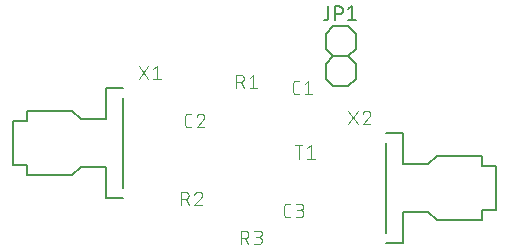
<source format=gbr>
G04 EAGLE Gerber RS-274X export*
G75*
%MOMM*%
%FSLAX34Y34*%
%LPD*%
%INSilkscreen Top*%
%IPPOS*%
%AMOC8*
5,1,8,0,0,1.08239X$1,22.5*%
G01*
%ADD10C,0.101600*%
%ADD11C,0.203200*%
%ADD12C,0.152400*%
%ADD13C,0.127000*%


D10*
X56501Y130048D02*
X53904Y130048D01*
X53805Y130050D01*
X53705Y130056D01*
X53606Y130065D01*
X53508Y130078D01*
X53410Y130095D01*
X53312Y130116D01*
X53216Y130141D01*
X53121Y130169D01*
X53027Y130201D01*
X52934Y130236D01*
X52842Y130275D01*
X52752Y130318D01*
X52664Y130363D01*
X52577Y130413D01*
X52493Y130465D01*
X52410Y130521D01*
X52330Y130579D01*
X52252Y130641D01*
X52177Y130706D01*
X52104Y130774D01*
X52034Y130844D01*
X51966Y130917D01*
X51901Y130992D01*
X51839Y131070D01*
X51781Y131150D01*
X51725Y131233D01*
X51673Y131317D01*
X51623Y131404D01*
X51578Y131492D01*
X51535Y131582D01*
X51496Y131674D01*
X51461Y131767D01*
X51429Y131861D01*
X51401Y131956D01*
X51376Y132052D01*
X51355Y132150D01*
X51338Y132248D01*
X51325Y132346D01*
X51316Y132445D01*
X51310Y132545D01*
X51308Y132644D01*
X51308Y139136D01*
X51310Y139235D01*
X51316Y139335D01*
X51325Y139434D01*
X51338Y139532D01*
X51355Y139630D01*
X51376Y139728D01*
X51401Y139824D01*
X51429Y139919D01*
X51461Y140013D01*
X51496Y140106D01*
X51535Y140198D01*
X51578Y140288D01*
X51623Y140376D01*
X51673Y140463D01*
X51725Y140547D01*
X51781Y140630D01*
X51839Y140710D01*
X51901Y140788D01*
X51966Y140863D01*
X52034Y140936D01*
X52104Y141006D01*
X52177Y141074D01*
X52252Y141139D01*
X52330Y141201D01*
X52410Y141259D01*
X52493Y141315D01*
X52577Y141367D01*
X52664Y141417D01*
X52752Y141462D01*
X52842Y141505D01*
X52934Y141544D01*
X53026Y141579D01*
X53121Y141611D01*
X53216Y141639D01*
X53312Y141664D01*
X53410Y141685D01*
X53508Y141702D01*
X53606Y141715D01*
X53705Y141724D01*
X53805Y141730D01*
X53904Y141732D01*
X56501Y141732D01*
X64436Y141732D02*
X64543Y141730D01*
X64649Y141724D01*
X64755Y141714D01*
X64861Y141701D01*
X64967Y141683D01*
X65071Y141662D01*
X65175Y141637D01*
X65278Y141608D01*
X65379Y141576D01*
X65479Y141539D01*
X65578Y141499D01*
X65676Y141456D01*
X65772Y141409D01*
X65866Y141358D01*
X65958Y141304D01*
X66048Y141247D01*
X66136Y141187D01*
X66221Y141123D01*
X66304Y141056D01*
X66385Y140986D01*
X66463Y140914D01*
X66539Y140838D01*
X66611Y140760D01*
X66681Y140679D01*
X66748Y140596D01*
X66812Y140511D01*
X66872Y140423D01*
X66929Y140333D01*
X66983Y140241D01*
X67034Y140147D01*
X67081Y140051D01*
X67124Y139953D01*
X67164Y139854D01*
X67201Y139754D01*
X67233Y139653D01*
X67262Y139550D01*
X67287Y139446D01*
X67308Y139342D01*
X67326Y139236D01*
X67339Y139130D01*
X67349Y139024D01*
X67355Y138918D01*
X67357Y138811D01*
X64436Y141732D02*
X64315Y141730D01*
X64194Y141724D01*
X64074Y141714D01*
X63953Y141701D01*
X63834Y141683D01*
X63714Y141662D01*
X63596Y141637D01*
X63479Y141608D01*
X63362Y141575D01*
X63247Y141539D01*
X63133Y141498D01*
X63020Y141455D01*
X62908Y141407D01*
X62799Y141356D01*
X62691Y141301D01*
X62584Y141243D01*
X62480Y141182D01*
X62378Y141117D01*
X62278Y141049D01*
X62180Y140978D01*
X62084Y140904D01*
X61991Y140827D01*
X61901Y140746D01*
X61813Y140663D01*
X61728Y140577D01*
X61645Y140488D01*
X61566Y140397D01*
X61489Y140303D01*
X61416Y140207D01*
X61346Y140109D01*
X61279Y140008D01*
X61215Y139905D01*
X61155Y139800D01*
X61098Y139693D01*
X61044Y139585D01*
X60994Y139475D01*
X60948Y139363D01*
X60905Y139250D01*
X60866Y139135D01*
X66384Y136539D02*
X66463Y136616D01*
X66539Y136697D01*
X66612Y136780D01*
X66682Y136865D01*
X66749Y136953D01*
X66813Y137043D01*
X66873Y137135D01*
X66930Y137230D01*
X66984Y137326D01*
X67035Y137424D01*
X67082Y137524D01*
X67126Y137626D01*
X67166Y137729D01*
X67202Y137833D01*
X67234Y137939D01*
X67263Y138045D01*
X67288Y138153D01*
X67310Y138261D01*
X67327Y138371D01*
X67341Y138480D01*
X67350Y138590D01*
X67356Y138701D01*
X67358Y138811D01*
X66384Y136539D02*
X60866Y130048D01*
X67357Y130048D01*
X137724Y53848D02*
X140321Y53848D01*
X137724Y53848D02*
X137625Y53850D01*
X137525Y53856D01*
X137426Y53865D01*
X137328Y53878D01*
X137230Y53895D01*
X137132Y53916D01*
X137036Y53941D01*
X136941Y53969D01*
X136847Y54001D01*
X136754Y54036D01*
X136662Y54075D01*
X136572Y54118D01*
X136484Y54163D01*
X136397Y54213D01*
X136313Y54265D01*
X136230Y54321D01*
X136150Y54379D01*
X136072Y54441D01*
X135997Y54506D01*
X135924Y54574D01*
X135854Y54644D01*
X135786Y54717D01*
X135721Y54792D01*
X135659Y54870D01*
X135601Y54950D01*
X135545Y55033D01*
X135493Y55117D01*
X135443Y55204D01*
X135398Y55292D01*
X135355Y55382D01*
X135316Y55474D01*
X135281Y55567D01*
X135249Y55661D01*
X135221Y55756D01*
X135196Y55852D01*
X135175Y55950D01*
X135158Y56048D01*
X135145Y56146D01*
X135136Y56245D01*
X135130Y56345D01*
X135128Y56444D01*
X135128Y62936D01*
X135130Y63035D01*
X135136Y63135D01*
X135145Y63234D01*
X135158Y63332D01*
X135175Y63430D01*
X135196Y63528D01*
X135221Y63624D01*
X135249Y63719D01*
X135281Y63813D01*
X135316Y63906D01*
X135355Y63998D01*
X135398Y64088D01*
X135443Y64176D01*
X135493Y64263D01*
X135545Y64347D01*
X135601Y64430D01*
X135659Y64510D01*
X135721Y64588D01*
X135786Y64663D01*
X135854Y64736D01*
X135924Y64806D01*
X135997Y64874D01*
X136072Y64939D01*
X136150Y65001D01*
X136230Y65059D01*
X136313Y65115D01*
X136397Y65167D01*
X136484Y65217D01*
X136572Y65262D01*
X136662Y65305D01*
X136754Y65344D01*
X136846Y65379D01*
X136941Y65411D01*
X137036Y65439D01*
X137132Y65464D01*
X137230Y65485D01*
X137328Y65502D01*
X137426Y65515D01*
X137525Y65524D01*
X137625Y65530D01*
X137724Y65532D01*
X140321Y65532D01*
X144686Y53848D02*
X147932Y53848D01*
X148045Y53850D01*
X148158Y53856D01*
X148271Y53866D01*
X148384Y53880D01*
X148496Y53897D01*
X148607Y53919D01*
X148717Y53944D01*
X148827Y53974D01*
X148935Y54007D01*
X149042Y54044D01*
X149148Y54084D01*
X149252Y54129D01*
X149355Y54177D01*
X149456Y54228D01*
X149555Y54283D01*
X149652Y54341D01*
X149747Y54403D01*
X149840Y54468D01*
X149930Y54536D01*
X150018Y54607D01*
X150104Y54682D01*
X150187Y54759D01*
X150267Y54839D01*
X150344Y54922D01*
X150419Y55008D01*
X150490Y55096D01*
X150558Y55186D01*
X150623Y55279D01*
X150685Y55374D01*
X150743Y55471D01*
X150798Y55570D01*
X150849Y55671D01*
X150897Y55774D01*
X150942Y55878D01*
X150982Y55984D01*
X151019Y56091D01*
X151052Y56199D01*
X151082Y56309D01*
X151107Y56419D01*
X151129Y56530D01*
X151146Y56642D01*
X151160Y56755D01*
X151170Y56868D01*
X151176Y56981D01*
X151178Y57094D01*
X151176Y57207D01*
X151170Y57320D01*
X151160Y57433D01*
X151146Y57546D01*
X151129Y57658D01*
X151107Y57769D01*
X151082Y57879D01*
X151052Y57989D01*
X151019Y58097D01*
X150982Y58204D01*
X150942Y58310D01*
X150897Y58414D01*
X150849Y58517D01*
X150798Y58618D01*
X150743Y58717D01*
X150685Y58814D01*
X150623Y58909D01*
X150558Y59002D01*
X150490Y59092D01*
X150419Y59180D01*
X150344Y59266D01*
X150267Y59349D01*
X150187Y59429D01*
X150104Y59506D01*
X150018Y59581D01*
X149930Y59652D01*
X149840Y59720D01*
X149747Y59785D01*
X149652Y59847D01*
X149555Y59905D01*
X149456Y59960D01*
X149355Y60011D01*
X149252Y60059D01*
X149148Y60104D01*
X149042Y60144D01*
X148935Y60181D01*
X148827Y60214D01*
X148717Y60244D01*
X148607Y60269D01*
X148496Y60291D01*
X148384Y60308D01*
X148271Y60322D01*
X148158Y60332D01*
X148045Y60338D01*
X147932Y60340D01*
X148581Y65532D02*
X144686Y65532D01*
X148581Y65532D02*
X148682Y65530D01*
X148782Y65524D01*
X148882Y65514D01*
X148982Y65501D01*
X149081Y65483D01*
X149180Y65462D01*
X149277Y65437D01*
X149374Y65408D01*
X149469Y65375D01*
X149563Y65339D01*
X149655Y65299D01*
X149746Y65256D01*
X149835Y65209D01*
X149922Y65159D01*
X150008Y65105D01*
X150091Y65048D01*
X150171Y64988D01*
X150250Y64925D01*
X150326Y64858D01*
X150399Y64789D01*
X150469Y64717D01*
X150537Y64643D01*
X150602Y64566D01*
X150663Y64486D01*
X150722Y64404D01*
X150777Y64320D01*
X150829Y64234D01*
X150878Y64146D01*
X150923Y64056D01*
X150965Y63964D01*
X151003Y63871D01*
X151037Y63776D01*
X151068Y63681D01*
X151095Y63584D01*
X151118Y63486D01*
X151138Y63387D01*
X151153Y63287D01*
X151165Y63187D01*
X151173Y63087D01*
X151177Y62986D01*
X151177Y62886D01*
X151173Y62785D01*
X151165Y62685D01*
X151153Y62585D01*
X151138Y62485D01*
X151118Y62386D01*
X151095Y62288D01*
X151068Y62191D01*
X151037Y62096D01*
X151003Y62001D01*
X150965Y61908D01*
X150923Y61816D01*
X150878Y61726D01*
X150829Y61638D01*
X150777Y61552D01*
X150722Y61468D01*
X150663Y61386D01*
X150602Y61306D01*
X150537Y61229D01*
X150469Y61155D01*
X150399Y61083D01*
X150326Y61014D01*
X150250Y60947D01*
X150171Y60884D01*
X150091Y60824D01*
X150008Y60767D01*
X149922Y60713D01*
X149835Y60663D01*
X149746Y60616D01*
X149655Y60573D01*
X149563Y60533D01*
X149469Y60497D01*
X149374Y60464D01*
X149277Y60435D01*
X149180Y60410D01*
X149081Y60389D01*
X148982Y60371D01*
X148882Y60358D01*
X148782Y60348D01*
X148682Y60342D01*
X148581Y60340D01*
X148581Y60339D02*
X145984Y60339D01*
X94488Y163068D02*
X94488Y174752D01*
X97734Y174752D01*
X97847Y174750D01*
X97960Y174744D01*
X98073Y174734D01*
X98186Y174720D01*
X98298Y174703D01*
X98409Y174681D01*
X98519Y174656D01*
X98629Y174626D01*
X98737Y174593D01*
X98844Y174556D01*
X98950Y174516D01*
X99054Y174471D01*
X99157Y174423D01*
X99258Y174372D01*
X99357Y174317D01*
X99454Y174259D01*
X99549Y174197D01*
X99642Y174132D01*
X99732Y174064D01*
X99820Y173993D01*
X99906Y173918D01*
X99989Y173841D01*
X100069Y173761D01*
X100146Y173678D01*
X100221Y173592D01*
X100292Y173504D01*
X100360Y173414D01*
X100425Y173321D01*
X100487Y173226D01*
X100545Y173129D01*
X100600Y173030D01*
X100651Y172929D01*
X100699Y172826D01*
X100744Y172722D01*
X100784Y172616D01*
X100821Y172509D01*
X100854Y172401D01*
X100884Y172291D01*
X100909Y172181D01*
X100931Y172070D01*
X100948Y171958D01*
X100962Y171845D01*
X100972Y171732D01*
X100978Y171619D01*
X100980Y171506D01*
X100978Y171393D01*
X100972Y171280D01*
X100962Y171167D01*
X100948Y171054D01*
X100931Y170942D01*
X100909Y170831D01*
X100884Y170721D01*
X100854Y170611D01*
X100821Y170503D01*
X100784Y170396D01*
X100744Y170290D01*
X100699Y170186D01*
X100651Y170083D01*
X100600Y169982D01*
X100545Y169883D01*
X100487Y169786D01*
X100425Y169691D01*
X100360Y169598D01*
X100292Y169508D01*
X100221Y169420D01*
X100146Y169334D01*
X100069Y169251D01*
X99989Y169171D01*
X99906Y169094D01*
X99820Y169019D01*
X99732Y168948D01*
X99642Y168880D01*
X99549Y168815D01*
X99454Y168753D01*
X99357Y168695D01*
X99258Y168640D01*
X99157Y168589D01*
X99054Y168541D01*
X98950Y168496D01*
X98844Y168456D01*
X98737Y168419D01*
X98629Y168386D01*
X98519Y168356D01*
X98409Y168331D01*
X98298Y168309D01*
X98186Y168292D01*
X98073Y168278D01*
X97960Y168268D01*
X97847Y168262D01*
X97734Y168260D01*
X97734Y168261D02*
X94488Y168261D01*
X98383Y168261D02*
X100979Y163068D01*
X105844Y172156D02*
X109090Y174752D01*
X109090Y163068D01*
X112335Y163068D02*
X105844Y163068D01*
X47685Y75692D02*
X47685Y64008D01*
X47685Y75692D02*
X50930Y75692D01*
X51043Y75690D01*
X51156Y75684D01*
X51269Y75674D01*
X51382Y75660D01*
X51494Y75643D01*
X51605Y75621D01*
X51715Y75596D01*
X51825Y75566D01*
X51933Y75533D01*
X52040Y75496D01*
X52146Y75456D01*
X52250Y75411D01*
X52353Y75363D01*
X52454Y75312D01*
X52553Y75257D01*
X52650Y75199D01*
X52745Y75137D01*
X52838Y75072D01*
X52928Y75004D01*
X53016Y74933D01*
X53102Y74858D01*
X53185Y74781D01*
X53265Y74701D01*
X53342Y74618D01*
X53417Y74532D01*
X53488Y74444D01*
X53556Y74354D01*
X53621Y74261D01*
X53683Y74166D01*
X53741Y74069D01*
X53796Y73970D01*
X53847Y73869D01*
X53895Y73766D01*
X53940Y73662D01*
X53980Y73556D01*
X54017Y73449D01*
X54050Y73341D01*
X54080Y73231D01*
X54105Y73121D01*
X54127Y73010D01*
X54144Y72898D01*
X54158Y72785D01*
X54168Y72672D01*
X54174Y72559D01*
X54176Y72446D01*
X54174Y72333D01*
X54168Y72220D01*
X54158Y72107D01*
X54144Y71994D01*
X54127Y71882D01*
X54105Y71771D01*
X54080Y71661D01*
X54050Y71551D01*
X54017Y71443D01*
X53980Y71336D01*
X53940Y71230D01*
X53895Y71126D01*
X53847Y71023D01*
X53796Y70922D01*
X53741Y70823D01*
X53683Y70726D01*
X53621Y70631D01*
X53556Y70538D01*
X53488Y70448D01*
X53417Y70360D01*
X53342Y70274D01*
X53265Y70191D01*
X53185Y70111D01*
X53102Y70034D01*
X53016Y69959D01*
X52928Y69888D01*
X52838Y69820D01*
X52745Y69755D01*
X52650Y69693D01*
X52553Y69635D01*
X52454Y69580D01*
X52353Y69529D01*
X52250Y69481D01*
X52146Y69436D01*
X52040Y69396D01*
X51933Y69359D01*
X51825Y69326D01*
X51715Y69296D01*
X51605Y69271D01*
X51494Y69249D01*
X51382Y69232D01*
X51269Y69218D01*
X51156Y69208D01*
X51043Y69202D01*
X50930Y69200D01*
X50930Y69201D02*
X47685Y69201D01*
X51579Y69201D02*
X54176Y64008D01*
X65532Y72771D02*
X65530Y72878D01*
X65524Y72984D01*
X65514Y73090D01*
X65501Y73196D01*
X65483Y73302D01*
X65462Y73406D01*
X65437Y73510D01*
X65408Y73613D01*
X65376Y73714D01*
X65339Y73814D01*
X65299Y73913D01*
X65256Y74011D01*
X65209Y74107D01*
X65158Y74201D01*
X65104Y74293D01*
X65047Y74383D01*
X64987Y74471D01*
X64923Y74556D01*
X64856Y74639D01*
X64786Y74720D01*
X64714Y74798D01*
X64638Y74874D01*
X64560Y74946D01*
X64479Y75016D01*
X64396Y75083D01*
X64311Y75147D01*
X64223Y75207D01*
X64133Y75264D01*
X64041Y75318D01*
X63947Y75369D01*
X63851Y75416D01*
X63753Y75459D01*
X63654Y75499D01*
X63554Y75536D01*
X63453Y75568D01*
X63350Y75597D01*
X63246Y75622D01*
X63142Y75643D01*
X63036Y75661D01*
X62930Y75674D01*
X62824Y75684D01*
X62718Y75690D01*
X62611Y75692D01*
X62490Y75690D01*
X62369Y75684D01*
X62249Y75674D01*
X62128Y75661D01*
X62009Y75643D01*
X61889Y75622D01*
X61771Y75597D01*
X61654Y75568D01*
X61537Y75535D01*
X61422Y75499D01*
X61308Y75458D01*
X61195Y75415D01*
X61083Y75367D01*
X60974Y75316D01*
X60866Y75261D01*
X60759Y75203D01*
X60655Y75142D01*
X60553Y75077D01*
X60453Y75009D01*
X60355Y74938D01*
X60259Y74864D01*
X60166Y74787D01*
X60076Y74706D01*
X59988Y74623D01*
X59903Y74537D01*
X59820Y74448D01*
X59741Y74357D01*
X59664Y74263D01*
X59591Y74167D01*
X59521Y74069D01*
X59454Y73968D01*
X59390Y73865D01*
X59330Y73760D01*
X59273Y73653D01*
X59219Y73545D01*
X59169Y73435D01*
X59123Y73323D01*
X59080Y73210D01*
X59041Y73095D01*
X64559Y70499D02*
X64638Y70576D01*
X64714Y70657D01*
X64787Y70740D01*
X64857Y70825D01*
X64924Y70913D01*
X64988Y71003D01*
X65048Y71095D01*
X65105Y71190D01*
X65159Y71286D01*
X65210Y71384D01*
X65257Y71484D01*
X65301Y71586D01*
X65341Y71689D01*
X65377Y71793D01*
X65409Y71899D01*
X65438Y72005D01*
X65463Y72113D01*
X65485Y72221D01*
X65502Y72331D01*
X65516Y72440D01*
X65525Y72550D01*
X65531Y72661D01*
X65533Y72771D01*
X64558Y70499D02*
X59041Y64008D01*
X65532Y64008D01*
X98298Y42672D02*
X98298Y30988D01*
X98298Y42672D02*
X101544Y42672D01*
X101657Y42670D01*
X101770Y42664D01*
X101883Y42654D01*
X101996Y42640D01*
X102108Y42623D01*
X102219Y42601D01*
X102329Y42576D01*
X102439Y42546D01*
X102547Y42513D01*
X102654Y42476D01*
X102760Y42436D01*
X102864Y42391D01*
X102967Y42343D01*
X103068Y42292D01*
X103167Y42237D01*
X103264Y42179D01*
X103359Y42117D01*
X103452Y42052D01*
X103542Y41984D01*
X103630Y41913D01*
X103716Y41838D01*
X103799Y41761D01*
X103879Y41681D01*
X103956Y41598D01*
X104031Y41512D01*
X104102Y41424D01*
X104170Y41334D01*
X104235Y41241D01*
X104297Y41146D01*
X104355Y41049D01*
X104410Y40950D01*
X104461Y40849D01*
X104509Y40746D01*
X104554Y40642D01*
X104594Y40536D01*
X104631Y40429D01*
X104664Y40321D01*
X104694Y40211D01*
X104719Y40101D01*
X104741Y39990D01*
X104758Y39878D01*
X104772Y39765D01*
X104782Y39652D01*
X104788Y39539D01*
X104790Y39426D01*
X104788Y39313D01*
X104782Y39200D01*
X104772Y39087D01*
X104758Y38974D01*
X104741Y38862D01*
X104719Y38751D01*
X104694Y38641D01*
X104664Y38531D01*
X104631Y38423D01*
X104594Y38316D01*
X104554Y38210D01*
X104509Y38106D01*
X104461Y38003D01*
X104410Y37902D01*
X104355Y37803D01*
X104297Y37706D01*
X104235Y37611D01*
X104170Y37518D01*
X104102Y37428D01*
X104031Y37340D01*
X103956Y37254D01*
X103879Y37171D01*
X103799Y37091D01*
X103716Y37014D01*
X103630Y36939D01*
X103542Y36868D01*
X103452Y36800D01*
X103359Y36735D01*
X103264Y36673D01*
X103167Y36615D01*
X103068Y36560D01*
X102967Y36509D01*
X102864Y36461D01*
X102760Y36416D01*
X102654Y36376D01*
X102547Y36339D01*
X102439Y36306D01*
X102329Y36276D01*
X102219Y36251D01*
X102108Y36229D01*
X101996Y36212D01*
X101883Y36198D01*
X101770Y36188D01*
X101657Y36182D01*
X101544Y36180D01*
X101544Y36181D02*
X98298Y36181D01*
X102193Y36181D02*
X104789Y30988D01*
X109654Y30988D02*
X112900Y30988D01*
X113013Y30990D01*
X113126Y30996D01*
X113239Y31006D01*
X113352Y31020D01*
X113464Y31037D01*
X113575Y31059D01*
X113685Y31084D01*
X113795Y31114D01*
X113903Y31147D01*
X114010Y31184D01*
X114116Y31224D01*
X114220Y31269D01*
X114323Y31317D01*
X114424Y31368D01*
X114523Y31423D01*
X114620Y31481D01*
X114715Y31543D01*
X114808Y31608D01*
X114898Y31676D01*
X114986Y31747D01*
X115072Y31822D01*
X115155Y31899D01*
X115235Y31979D01*
X115312Y32062D01*
X115387Y32148D01*
X115458Y32236D01*
X115526Y32326D01*
X115591Y32419D01*
X115653Y32514D01*
X115711Y32611D01*
X115766Y32710D01*
X115817Y32811D01*
X115865Y32914D01*
X115910Y33018D01*
X115950Y33124D01*
X115987Y33231D01*
X116020Y33339D01*
X116050Y33449D01*
X116075Y33559D01*
X116097Y33670D01*
X116114Y33782D01*
X116128Y33895D01*
X116138Y34008D01*
X116144Y34121D01*
X116146Y34234D01*
X116144Y34347D01*
X116138Y34460D01*
X116128Y34573D01*
X116114Y34686D01*
X116097Y34798D01*
X116075Y34909D01*
X116050Y35019D01*
X116020Y35129D01*
X115987Y35237D01*
X115950Y35344D01*
X115910Y35450D01*
X115865Y35554D01*
X115817Y35657D01*
X115766Y35758D01*
X115711Y35857D01*
X115653Y35954D01*
X115591Y36049D01*
X115526Y36142D01*
X115458Y36232D01*
X115387Y36320D01*
X115312Y36406D01*
X115235Y36489D01*
X115155Y36569D01*
X115072Y36646D01*
X114986Y36721D01*
X114898Y36792D01*
X114808Y36860D01*
X114715Y36925D01*
X114620Y36987D01*
X114523Y37045D01*
X114424Y37100D01*
X114323Y37151D01*
X114220Y37199D01*
X114116Y37244D01*
X114010Y37284D01*
X113903Y37321D01*
X113795Y37354D01*
X113685Y37384D01*
X113575Y37409D01*
X113464Y37431D01*
X113352Y37448D01*
X113239Y37462D01*
X113126Y37472D01*
X113013Y37478D01*
X112900Y37480D01*
X113549Y42672D02*
X109654Y42672D01*
X113549Y42672D02*
X113650Y42670D01*
X113750Y42664D01*
X113850Y42654D01*
X113950Y42641D01*
X114049Y42623D01*
X114148Y42602D01*
X114245Y42577D01*
X114342Y42548D01*
X114437Y42515D01*
X114531Y42479D01*
X114623Y42439D01*
X114714Y42396D01*
X114803Y42349D01*
X114890Y42299D01*
X114976Y42245D01*
X115059Y42188D01*
X115139Y42128D01*
X115218Y42065D01*
X115294Y41998D01*
X115367Y41929D01*
X115437Y41857D01*
X115505Y41783D01*
X115570Y41706D01*
X115631Y41626D01*
X115690Y41544D01*
X115745Y41460D01*
X115797Y41374D01*
X115846Y41286D01*
X115891Y41196D01*
X115933Y41104D01*
X115971Y41011D01*
X116005Y40916D01*
X116036Y40821D01*
X116063Y40724D01*
X116086Y40626D01*
X116106Y40527D01*
X116121Y40427D01*
X116133Y40327D01*
X116141Y40227D01*
X116145Y40126D01*
X116145Y40026D01*
X116141Y39925D01*
X116133Y39825D01*
X116121Y39725D01*
X116106Y39625D01*
X116086Y39526D01*
X116063Y39428D01*
X116036Y39331D01*
X116005Y39236D01*
X115971Y39141D01*
X115933Y39048D01*
X115891Y38956D01*
X115846Y38866D01*
X115797Y38778D01*
X115745Y38692D01*
X115690Y38608D01*
X115631Y38526D01*
X115570Y38446D01*
X115505Y38369D01*
X115437Y38295D01*
X115367Y38223D01*
X115294Y38154D01*
X115218Y38087D01*
X115139Y38024D01*
X115059Y37964D01*
X114976Y37907D01*
X114890Y37853D01*
X114803Y37803D01*
X114714Y37756D01*
X114623Y37713D01*
X114531Y37673D01*
X114437Y37637D01*
X114342Y37604D01*
X114245Y37575D01*
X114148Y37550D01*
X114049Y37529D01*
X113950Y37511D01*
X113850Y37498D01*
X113750Y37488D01*
X113650Y37482D01*
X113549Y37480D01*
X113549Y37479D02*
X110953Y37479D01*
X147264Y103378D02*
X147264Y115062D01*
X150509Y115062D02*
X144018Y115062D01*
X154686Y112466D02*
X157932Y115062D01*
X157932Y103378D01*
X161177Y103378D02*
X154686Y103378D01*
D11*
X-15500Y96840D02*
X-15500Y70340D01*
X-15500Y96840D02*
X-37000Y96840D01*
X-44500Y89340D01*
X-82500Y89340D01*
X-82500Y97840D01*
X-94250Y97840D01*
X-94250Y135840D01*
X-82500Y135840D01*
X-82500Y144340D01*
X-44500Y144340D01*
X-37000Y136840D01*
X-15500Y136840D01*
X-15500Y163340D01*
X-1000Y155340D02*
X-1000Y78340D01*
X-1000Y163340D02*
X-15500Y163340D01*
X-15500Y70340D02*
X-1000Y70340D01*
D10*
X11938Y170688D02*
X19727Y182372D01*
X11938Y182372D02*
X19727Y170688D01*
X24017Y179776D02*
X27263Y182372D01*
X27263Y170688D01*
X30508Y170688D02*
X24017Y170688D01*
D11*
X235500Y125240D02*
X235500Y98740D01*
X257000Y98740D01*
X264500Y106240D01*
X302500Y106240D01*
X302500Y97740D01*
X314250Y97740D01*
X314250Y59740D01*
X302500Y59740D01*
X302500Y51240D01*
X264500Y51240D01*
X257000Y58740D01*
X235500Y58740D01*
X235500Y32240D01*
X221000Y40240D02*
X221000Y117240D01*
X221000Y32240D02*
X235500Y32240D01*
X235500Y125240D02*
X221000Y125240D01*
D10*
X197281Y144272D02*
X189492Y132588D01*
X197281Y132588D02*
X189492Y144272D01*
X205141Y144272D02*
X205248Y144270D01*
X205354Y144264D01*
X205460Y144254D01*
X205566Y144241D01*
X205672Y144223D01*
X205776Y144202D01*
X205880Y144177D01*
X205983Y144148D01*
X206084Y144116D01*
X206184Y144079D01*
X206283Y144039D01*
X206381Y143996D01*
X206477Y143949D01*
X206571Y143898D01*
X206663Y143844D01*
X206753Y143787D01*
X206841Y143727D01*
X206926Y143663D01*
X207009Y143596D01*
X207090Y143526D01*
X207168Y143454D01*
X207244Y143378D01*
X207316Y143300D01*
X207386Y143219D01*
X207453Y143136D01*
X207517Y143051D01*
X207577Y142963D01*
X207634Y142873D01*
X207688Y142781D01*
X207739Y142687D01*
X207786Y142591D01*
X207829Y142493D01*
X207869Y142394D01*
X207906Y142294D01*
X207938Y142193D01*
X207967Y142090D01*
X207992Y141986D01*
X208013Y141882D01*
X208031Y141776D01*
X208044Y141670D01*
X208054Y141564D01*
X208060Y141458D01*
X208062Y141351D01*
X205141Y144272D02*
X205020Y144270D01*
X204899Y144264D01*
X204779Y144254D01*
X204658Y144241D01*
X204539Y144223D01*
X204419Y144202D01*
X204301Y144177D01*
X204184Y144148D01*
X204067Y144115D01*
X203952Y144079D01*
X203838Y144038D01*
X203725Y143995D01*
X203613Y143947D01*
X203504Y143896D01*
X203396Y143841D01*
X203289Y143783D01*
X203185Y143722D01*
X203083Y143657D01*
X202983Y143589D01*
X202885Y143518D01*
X202789Y143444D01*
X202696Y143367D01*
X202606Y143286D01*
X202518Y143203D01*
X202433Y143117D01*
X202350Y143028D01*
X202271Y142937D01*
X202194Y142843D01*
X202121Y142747D01*
X202051Y142649D01*
X201984Y142548D01*
X201920Y142445D01*
X201860Y142340D01*
X201803Y142233D01*
X201749Y142125D01*
X201699Y142015D01*
X201653Y141903D01*
X201610Y141790D01*
X201571Y141675D01*
X207089Y139079D02*
X207168Y139156D01*
X207244Y139237D01*
X207317Y139320D01*
X207387Y139405D01*
X207454Y139493D01*
X207518Y139583D01*
X207578Y139675D01*
X207635Y139770D01*
X207689Y139866D01*
X207740Y139964D01*
X207787Y140064D01*
X207831Y140166D01*
X207871Y140269D01*
X207907Y140373D01*
X207939Y140479D01*
X207968Y140585D01*
X207993Y140693D01*
X208015Y140801D01*
X208032Y140911D01*
X208046Y141020D01*
X208055Y141130D01*
X208061Y141241D01*
X208063Y141351D01*
X207088Y139079D02*
X201571Y132588D01*
X208062Y132588D01*
D12*
X195580Y196850D02*
X195580Y209550D01*
X195580Y196850D02*
X189230Y190500D01*
X176530Y190500D01*
X170180Y196850D01*
X176530Y215900D02*
X189230Y215900D01*
X195580Y209550D01*
X176530Y215900D02*
X170180Y209550D01*
X170180Y196850D01*
X189230Y190500D02*
X195580Y184150D01*
X195580Y171450D01*
X189230Y165100D01*
X176530Y165100D01*
X170180Y171450D01*
X170180Y184150D01*
X176530Y190500D01*
D13*
X172518Y223647D02*
X172518Y232537D01*
X172518Y223647D02*
X172516Y223547D01*
X172510Y223448D01*
X172500Y223348D01*
X172487Y223250D01*
X172469Y223151D01*
X172448Y223054D01*
X172423Y222958D01*
X172394Y222862D01*
X172361Y222768D01*
X172325Y222675D01*
X172285Y222584D01*
X172241Y222494D01*
X172194Y222406D01*
X172144Y222320D01*
X172090Y222236D01*
X172033Y222154D01*
X171973Y222075D01*
X171909Y221997D01*
X171843Y221923D01*
X171774Y221851D01*
X171702Y221782D01*
X171628Y221716D01*
X171550Y221652D01*
X171471Y221592D01*
X171389Y221535D01*
X171305Y221481D01*
X171219Y221431D01*
X171131Y221384D01*
X171041Y221340D01*
X170950Y221300D01*
X170857Y221264D01*
X170763Y221231D01*
X170667Y221202D01*
X170571Y221177D01*
X170474Y221156D01*
X170375Y221138D01*
X170277Y221125D01*
X170177Y221115D01*
X170078Y221109D01*
X169978Y221107D01*
X168708Y221107D01*
X178499Y221107D02*
X178499Y232537D01*
X181674Y232537D01*
X181785Y232535D01*
X181895Y232529D01*
X182006Y232520D01*
X182116Y232506D01*
X182225Y232489D01*
X182334Y232468D01*
X182442Y232443D01*
X182549Y232414D01*
X182655Y232382D01*
X182760Y232346D01*
X182863Y232306D01*
X182965Y232263D01*
X183066Y232216D01*
X183165Y232165D01*
X183262Y232112D01*
X183356Y232055D01*
X183449Y231994D01*
X183540Y231931D01*
X183629Y231864D01*
X183715Y231794D01*
X183798Y231721D01*
X183880Y231646D01*
X183958Y231568D01*
X184033Y231486D01*
X184106Y231403D01*
X184176Y231317D01*
X184243Y231228D01*
X184306Y231137D01*
X184367Y231044D01*
X184424Y230949D01*
X184477Y230853D01*
X184528Y230754D01*
X184575Y230653D01*
X184618Y230551D01*
X184658Y230448D01*
X184694Y230343D01*
X184726Y230237D01*
X184755Y230130D01*
X184780Y230022D01*
X184801Y229913D01*
X184818Y229804D01*
X184832Y229694D01*
X184841Y229583D01*
X184847Y229473D01*
X184849Y229362D01*
X184847Y229251D01*
X184841Y229141D01*
X184832Y229030D01*
X184818Y228920D01*
X184801Y228811D01*
X184780Y228702D01*
X184755Y228594D01*
X184726Y228487D01*
X184694Y228381D01*
X184658Y228276D01*
X184618Y228173D01*
X184575Y228071D01*
X184528Y227970D01*
X184477Y227871D01*
X184424Y227774D01*
X184367Y227680D01*
X184306Y227587D01*
X184243Y227496D01*
X184176Y227407D01*
X184106Y227321D01*
X184033Y227238D01*
X183958Y227156D01*
X183880Y227078D01*
X183798Y227003D01*
X183715Y226930D01*
X183629Y226860D01*
X183540Y226793D01*
X183449Y226730D01*
X183356Y226669D01*
X183261Y226612D01*
X183165Y226559D01*
X183066Y226508D01*
X182965Y226461D01*
X182863Y226418D01*
X182760Y226378D01*
X182655Y226342D01*
X182549Y226310D01*
X182442Y226281D01*
X182334Y226256D01*
X182225Y226235D01*
X182116Y226218D01*
X182006Y226204D01*
X181895Y226195D01*
X181785Y226189D01*
X181674Y226187D01*
X178499Y226187D01*
X189357Y229997D02*
X192532Y232537D01*
X192532Y221107D01*
X189357Y221107D02*
X195707Y221107D01*
D10*
X147941Y157988D02*
X145344Y157988D01*
X145245Y157990D01*
X145145Y157996D01*
X145046Y158005D01*
X144948Y158018D01*
X144850Y158035D01*
X144752Y158056D01*
X144656Y158081D01*
X144561Y158109D01*
X144467Y158141D01*
X144374Y158176D01*
X144282Y158215D01*
X144192Y158258D01*
X144104Y158303D01*
X144017Y158353D01*
X143933Y158405D01*
X143850Y158461D01*
X143770Y158519D01*
X143692Y158581D01*
X143617Y158646D01*
X143544Y158714D01*
X143474Y158784D01*
X143406Y158857D01*
X143341Y158932D01*
X143279Y159010D01*
X143221Y159090D01*
X143165Y159173D01*
X143113Y159257D01*
X143063Y159344D01*
X143018Y159432D01*
X142975Y159522D01*
X142936Y159614D01*
X142901Y159707D01*
X142869Y159801D01*
X142841Y159896D01*
X142816Y159992D01*
X142795Y160090D01*
X142778Y160188D01*
X142765Y160286D01*
X142756Y160385D01*
X142750Y160485D01*
X142748Y160584D01*
X142748Y167076D01*
X142750Y167175D01*
X142756Y167275D01*
X142765Y167374D01*
X142778Y167472D01*
X142795Y167570D01*
X142816Y167668D01*
X142841Y167764D01*
X142869Y167859D01*
X142901Y167953D01*
X142936Y168046D01*
X142975Y168138D01*
X143018Y168228D01*
X143063Y168316D01*
X143113Y168403D01*
X143165Y168487D01*
X143221Y168570D01*
X143279Y168650D01*
X143341Y168728D01*
X143406Y168803D01*
X143474Y168876D01*
X143544Y168946D01*
X143617Y169014D01*
X143692Y169079D01*
X143770Y169141D01*
X143850Y169199D01*
X143933Y169255D01*
X144017Y169307D01*
X144104Y169357D01*
X144192Y169402D01*
X144282Y169445D01*
X144374Y169484D01*
X144466Y169519D01*
X144561Y169551D01*
X144656Y169579D01*
X144752Y169604D01*
X144850Y169625D01*
X144948Y169642D01*
X145046Y169655D01*
X145145Y169664D01*
X145245Y169670D01*
X145344Y169672D01*
X147941Y169672D01*
X152306Y167076D02*
X155552Y169672D01*
X155552Y157988D01*
X158797Y157988D02*
X152306Y157988D01*
M02*

</source>
